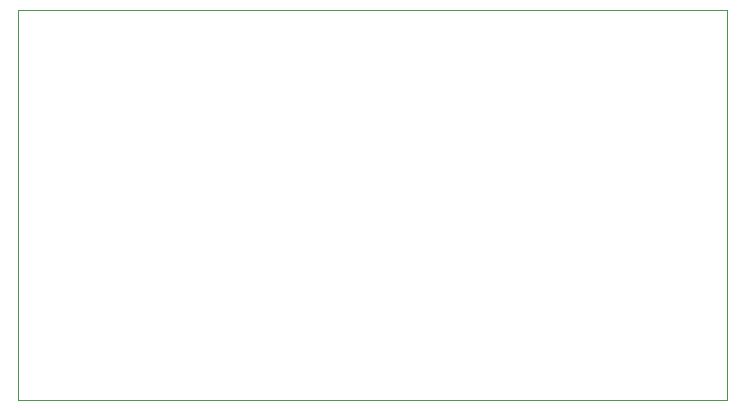
<source format=gbr>
G04 #@! TF.GenerationSoftware,KiCad,Pcbnew,5.1.4*
G04 #@! TF.CreationDate,2019-11-01T16:22:28+01:00*
G04 #@! TF.ProjectId,levelshifter,6c657665-6c73-4686-9966-7465722e6b69,rev?*
G04 #@! TF.SameCoordinates,Original*
G04 #@! TF.FileFunction,Profile,NP*
%FSLAX46Y46*%
G04 Gerber Fmt 4.6, Leading zero omitted, Abs format (unit mm)*
G04 Created by KiCad (PCBNEW 5.1.4) date 2019-11-01 16:22:28*
%MOMM*%
%LPD*%
G04 APERTURE LIST*
%ADD10C,0.100000*%
G04 APERTURE END LIST*
D10*
X139000000Y-99000000D02*
X199000000Y-99000000D01*
X139000000Y-66000000D02*
X139000000Y-99000000D01*
X199000000Y-66000000D02*
X139000000Y-66000000D01*
X199000000Y-99000000D02*
X199000000Y-66000000D01*
M02*

</source>
